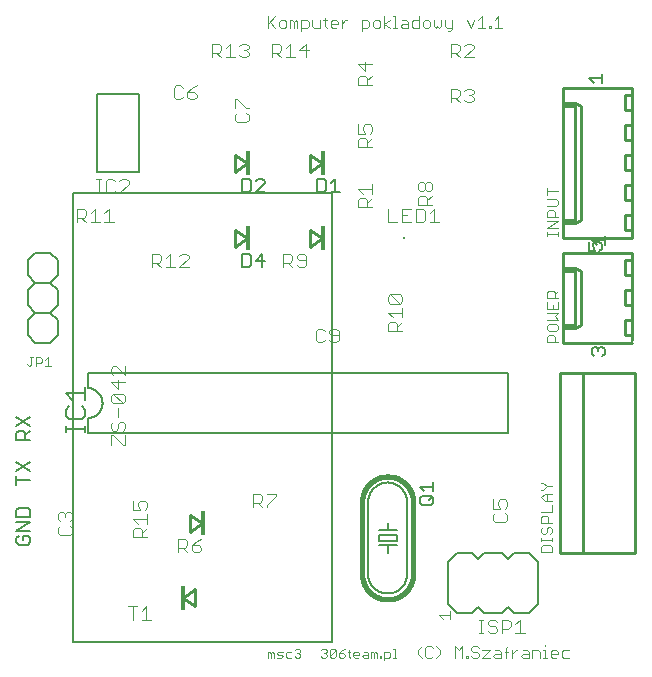
<source format=gto>
G75*
%MOIN*%
%OFA0B0*%
%FSLAX25Y25*%
%IPPOS*%
%LPD*%
%AMOC8*
5,1,8,0,0,1.08239X$1,22.5*
%
%ADD10C,0.00300*%
%ADD11C,0.00400*%
%ADD12C,0.01000*%
%ADD13C,0.00500*%
%ADD14R,0.01181X0.08268*%
%ADD15C,0.00600*%
%ADD16C,0.00700*%
%ADD17C,0.00800*%
%ADD18C,0.01600*%
%ADD19R,0.00787X0.00787*%
D10*
X0106950Y0021950D02*
X0106950Y0023885D01*
X0107434Y0023885D01*
X0107917Y0023401D01*
X0108401Y0023885D01*
X0108885Y0023401D01*
X0108885Y0021950D01*
X0107917Y0021950D02*
X0107917Y0023401D01*
X0109897Y0023401D02*
X0110380Y0023885D01*
X0111831Y0023885D01*
X0111348Y0022917D02*
X0110380Y0022917D01*
X0109897Y0023401D01*
X0109897Y0021950D02*
X0111348Y0021950D01*
X0111831Y0022434D01*
X0111348Y0022917D01*
X0112843Y0022434D02*
X0113327Y0021950D01*
X0114778Y0021950D01*
X0115790Y0022434D02*
X0116273Y0021950D01*
X0117241Y0021950D01*
X0117725Y0022434D01*
X0117725Y0022917D01*
X0117241Y0023401D01*
X0116757Y0023401D01*
X0117241Y0023401D02*
X0117725Y0023885D01*
X0117725Y0024369D01*
X0117241Y0024852D01*
X0116273Y0024852D01*
X0115790Y0024369D01*
X0114778Y0023885D02*
X0113327Y0023885D01*
X0112843Y0023401D01*
X0112843Y0022434D01*
X0124629Y0022434D02*
X0125113Y0021950D01*
X0126080Y0021950D01*
X0126564Y0022434D01*
X0126564Y0022917D01*
X0126080Y0023401D01*
X0125597Y0023401D01*
X0126080Y0023401D02*
X0126564Y0023885D01*
X0126564Y0024369D01*
X0126080Y0024852D01*
X0125113Y0024852D01*
X0124629Y0024369D01*
X0127576Y0024369D02*
X0127576Y0022434D01*
X0129511Y0024369D01*
X0129511Y0022434D01*
X0129027Y0021950D01*
X0128059Y0021950D01*
X0127576Y0022434D01*
X0127576Y0024369D02*
X0128059Y0024852D01*
X0129027Y0024852D01*
X0129511Y0024369D01*
X0130522Y0023401D02*
X0131973Y0023401D01*
X0132457Y0022917D01*
X0132457Y0022434D01*
X0131973Y0021950D01*
X0131006Y0021950D01*
X0130522Y0022434D01*
X0130522Y0023401D01*
X0131490Y0024369D01*
X0132457Y0024852D01*
X0133469Y0023885D02*
X0134436Y0023885D01*
X0133952Y0024369D02*
X0133952Y0022434D01*
X0134436Y0021950D01*
X0135433Y0022434D02*
X0135433Y0023401D01*
X0135917Y0023885D01*
X0136884Y0023885D01*
X0137368Y0023401D01*
X0137368Y0022917D01*
X0135433Y0022917D01*
X0135433Y0022434D02*
X0135917Y0021950D01*
X0136884Y0021950D01*
X0138380Y0022434D02*
X0138863Y0022917D01*
X0140315Y0022917D01*
X0140315Y0023401D02*
X0140315Y0021950D01*
X0138863Y0021950D01*
X0138380Y0022434D01*
X0138863Y0023885D02*
X0139831Y0023885D01*
X0140315Y0023401D01*
X0141326Y0023885D02*
X0141810Y0023885D01*
X0142294Y0023401D01*
X0142777Y0023885D01*
X0143261Y0023401D01*
X0143261Y0021950D01*
X0142294Y0021950D02*
X0142294Y0023401D01*
X0141326Y0023885D02*
X0141326Y0021950D01*
X0144273Y0021950D02*
X0144756Y0021950D01*
X0144756Y0022434D01*
X0144273Y0022434D01*
X0144273Y0021950D01*
X0145746Y0021950D02*
X0147197Y0021950D01*
X0147681Y0022434D01*
X0147681Y0023401D01*
X0147197Y0023885D01*
X0145746Y0023885D01*
X0145746Y0020983D01*
X0148692Y0021950D02*
X0149660Y0021950D01*
X0149176Y0021950D02*
X0149176Y0024852D01*
X0148692Y0024852D01*
X0156950Y0024419D02*
X0158184Y0025653D01*
X0159405Y0025036D02*
X0159405Y0022567D01*
X0160023Y0021950D01*
X0161257Y0021950D01*
X0161874Y0022567D01*
X0163089Y0021950D02*
X0164323Y0023184D01*
X0164323Y0024419D01*
X0163089Y0025653D01*
X0161874Y0025036D02*
X0161257Y0025653D01*
X0160023Y0025653D01*
X0159405Y0025036D01*
X0156950Y0024419D02*
X0156950Y0023184D01*
X0158184Y0021950D01*
X0169227Y0021950D02*
X0169227Y0025653D01*
X0170462Y0024419D01*
X0171696Y0025653D01*
X0171696Y0021950D01*
X0172910Y0021950D02*
X0173527Y0021950D01*
X0173527Y0022567D01*
X0172910Y0022567D01*
X0172910Y0021950D01*
X0174752Y0022567D02*
X0175369Y0021950D01*
X0176603Y0021950D01*
X0177221Y0022567D01*
X0177221Y0023184D01*
X0176603Y0023802D01*
X0175369Y0023802D01*
X0174752Y0024419D01*
X0174752Y0025036D01*
X0175369Y0025653D01*
X0176603Y0025653D01*
X0177221Y0025036D01*
X0178435Y0024419D02*
X0180904Y0024419D01*
X0178435Y0021950D01*
X0180904Y0021950D01*
X0182118Y0022567D02*
X0182735Y0023184D01*
X0184587Y0023184D01*
X0184587Y0023802D02*
X0184587Y0021950D01*
X0182735Y0021950D01*
X0182118Y0022567D01*
X0182735Y0024419D02*
X0183970Y0024419D01*
X0184587Y0023802D01*
X0185801Y0023802D02*
X0187036Y0023802D01*
X0188257Y0024419D02*
X0188257Y0021950D01*
X0188257Y0023184D02*
X0189491Y0024419D01*
X0190108Y0024419D01*
X0191943Y0024419D02*
X0193178Y0024419D01*
X0193795Y0023802D01*
X0193795Y0021950D01*
X0191943Y0021950D01*
X0191326Y0022567D01*
X0191943Y0023184D01*
X0193795Y0023184D01*
X0195009Y0021950D02*
X0195009Y0024419D01*
X0196861Y0024419D01*
X0197478Y0023802D01*
X0197478Y0021950D01*
X0198692Y0021950D02*
X0199927Y0021950D01*
X0199309Y0021950D02*
X0199309Y0024419D01*
X0198692Y0024419D01*
X0199309Y0025653D02*
X0199309Y0026270D01*
X0201765Y0024419D02*
X0201148Y0023802D01*
X0201148Y0022567D01*
X0201765Y0021950D01*
X0202999Y0021950D01*
X0203616Y0023184D02*
X0201148Y0023184D01*
X0201765Y0024419D02*
X0202999Y0024419D01*
X0203616Y0023802D01*
X0203616Y0023184D01*
X0204831Y0022567D02*
X0205448Y0021950D01*
X0207300Y0021950D01*
X0207300Y0024419D02*
X0205448Y0024419D01*
X0204831Y0023802D01*
X0204831Y0022567D01*
X0187036Y0025653D02*
X0186418Y0025036D01*
X0186418Y0021950D01*
X0167650Y0034950D02*
X0167650Y0037419D01*
X0167650Y0036184D02*
X0163947Y0036184D01*
X0165181Y0034950D01*
X0034478Y0119150D02*
X0032543Y0119150D01*
X0033511Y0119150D02*
X0033511Y0122052D01*
X0032543Y0121085D01*
X0031531Y0121569D02*
X0031048Y0122052D01*
X0029597Y0122052D01*
X0029597Y0119150D01*
X0029597Y0120117D02*
X0031048Y0120117D01*
X0031531Y0120601D01*
X0031531Y0121569D01*
X0028585Y0122052D02*
X0027617Y0122052D01*
X0028101Y0122052D02*
X0028101Y0119634D01*
X0027617Y0119150D01*
X0027134Y0119150D01*
X0026650Y0119634D01*
X0117999Y0230716D02*
X0117999Y0234419D01*
X0119851Y0234419D01*
X0120468Y0233802D01*
X0120468Y0232567D01*
X0119851Y0231950D01*
X0117999Y0231950D01*
X0116785Y0231950D02*
X0116785Y0233802D01*
X0116168Y0234419D01*
X0115551Y0233802D01*
X0115551Y0231950D01*
X0114316Y0231950D02*
X0114316Y0234419D01*
X0114933Y0234419D01*
X0115551Y0233802D01*
X0113102Y0233802D02*
X0113102Y0232567D01*
X0112485Y0231950D01*
X0111250Y0231950D01*
X0110633Y0232567D01*
X0110633Y0233802D01*
X0111250Y0234419D01*
X0112485Y0234419D01*
X0113102Y0233802D01*
X0109419Y0235653D02*
X0106950Y0233184D01*
X0107567Y0233802D02*
X0109419Y0231950D01*
X0106950Y0231950D02*
X0106950Y0235653D01*
X0121683Y0234419D02*
X0121683Y0232567D01*
X0122300Y0231950D01*
X0124151Y0231950D01*
X0124151Y0234419D01*
X0125366Y0234419D02*
X0126600Y0234419D01*
X0125983Y0235036D02*
X0125983Y0232567D01*
X0126600Y0231950D01*
X0127821Y0232567D02*
X0127821Y0233802D01*
X0128438Y0234419D01*
X0129673Y0234419D01*
X0130290Y0233802D01*
X0130290Y0233184D01*
X0127821Y0233184D01*
X0127821Y0232567D02*
X0128438Y0231950D01*
X0129673Y0231950D01*
X0131504Y0231950D02*
X0131504Y0234419D01*
X0131504Y0233184D02*
X0132739Y0234419D01*
X0133356Y0234419D01*
X0138257Y0234419D02*
X0138257Y0230716D01*
X0138257Y0231950D02*
X0140108Y0231950D01*
X0140725Y0232567D01*
X0140725Y0233802D01*
X0140108Y0234419D01*
X0138257Y0234419D01*
X0141940Y0233802D02*
X0141940Y0232567D01*
X0142557Y0231950D01*
X0143791Y0231950D01*
X0144409Y0232567D01*
X0144409Y0233802D01*
X0143791Y0234419D01*
X0142557Y0234419D01*
X0141940Y0233802D01*
X0145623Y0233184D02*
X0147475Y0234419D01*
X0148692Y0235653D02*
X0149309Y0235653D01*
X0149309Y0231950D01*
X0148692Y0231950D02*
X0149927Y0231950D01*
X0151148Y0232567D02*
X0151765Y0233184D01*
X0153616Y0233184D01*
X0153616Y0233802D02*
X0153616Y0231950D01*
X0151765Y0231950D01*
X0151148Y0232567D01*
X0151765Y0234419D02*
X0152999Y0234419D01*
X0153616Y0233802D01*
X0154831Y0233802D02*
X0154831Y0232567D01*
X0155448Y0231950D01*
X0157300Y0231950D01*
X0157300Y0235653D01*
X0157300Y0234419D02*
X0155448Y0234419D01*
X0154831Y0233802D01*
X0158514Y0233802D02*
X0158514Y0232567D01*
X0159131Y0231950D01*
X0160366Y0231950D01*
X0160983Y0232567D01*
X0160983Y0233802D01*
X0160366Y0234419D01*
X0159131Y0234419D01*
X0158514Y0233802D01*
X0162197Y0234419D02*
X0162197Y0232567D01*
X0162814Y0231950D01*
X0163432Y0232567D01*
X0164049Y0231950D01*
X0164666Y0232567D01*
X0164666Y0234419D01*
X0165880Y0234419D02*
X0165880Y0232567D01*
X0166497Y0231950D01*
X0168349Y0231950D01*
X0168349Y0231333D02*
X0167732Y0230716D01*
X0167115Y0230716D01*
X0168349Y0231333D02*
X0168349Y0234419D01*
X0173247Y0234419D02*
X0174481Y0231950D01*
X0175715Y0234419D01*
X0176930Y0234419D02*
X0178164Y0235653D01*
X0178164Y0231950D01*
X0176930Y0231950D02*
X0179398Y0231950D01*
X0180613Y0231950D02*
X0181230Y0231950D01*
X0181230Y0232567D01*
X0180613Y0232567D01*
X0180613Y0231950D01*
X0182454Y0231950D02*
X0184923Y0231950D01*
X0183689Y0231950D02*
X0183689Y0235653D01*
X0182454Y0234419D01*
X0147475Y0231950D02*
X0145623Y0233184D01*
X0145623Y0231950D02*
X0145623Y0235653D01*
D11*
X0139298Y0220465D02*
X0139298Y0217396D01*
X0136996Y0219698D01*
X0141600Y0219698D01*
X0141600Y0215861D02*
X0140065Y0214327D01*
X0140065Y0215094D02*
X0140065Y0212792D01*
X0141600Y0212792D02*
X0136996Y0212792D01*
X0136996Y0215094D01*
X0137763Y0215861D01*
X0139298Y0215861D01*
X0140065Y0215094D01*
X0139298Y0199673D02*
X0138531Y0198906D01*
X0138531Y0198139D01*
X0139298Y0196604D01*
X0136996Y0196604D01*
X0136996Y0199673D01*
X0139298Y0199673D02*
X0140833Y0199673D01*
X0141600Y0198906D01*
X0141600Y0197371D01*
X0140833Y0196604D01*
X0141600Y0195069D02*
X0140065Y0193535D01*
X0140065Y0194302D02*
X0140065Y0192000D01*
X0141600Y0192000D02*
X0136996Y0192000D01*
X0136996Y0194302D01*
X0137763Y0195069D01*
X0139298Y0195069D01*
X0140065Y0194302D01*
X0141600Y0179673D02*
X0141600Y0176604D01*
X0141600Y0178139D02*
X0136996Y0178139D01*
X0138531Y0176604D01*
X0139298Y0175069D02*
X0137763Y0175069D01*
X0136996Y0174302D01*
X0136996Y0172000D01*
X0141600Y0172000D01*
X0140065Y0172000D02*
X0140065Y0174302D01*
X0139298Y0175069D01*
X0140065Y0173535D02*
X0141600Y0175069D01*
X0147000Y0171604D02*
X0147000Y0167000D01*
X0150069Y0167000D01*
X0151604Y0167000D02*
X0154673Y0167000D01*
X0156208Y0167000D02*
X0158510Y0167000D01*
X0159277Y0167767D01*
X0159277Y0170837D01*
X0158510Y0171604D01*
X0156208Y0171604D01*
X0156208Y0167000D01*
X0153139Y0169302D02*
X0151604Y0169302D01*
X0151604Y0171604D02*
X0151604Y0167000D01*
X0151604Y0171604D02*
X0154673Y0171604D01*
X0156996Y0172792D02*
X0156996Y0175094D01*
X0157763Y0175861D01*
X0159298Y0175861D01*
X0160065Y0175094D01*
X0160065Y0172792D01*
X0160065Y0174327D02*
X0161600Y0175861D01*
X0160833Y0177396D02*
X0161600Y0178163D01*
X0161600Y0179698D01*
X0160833Y0180465D01*
X0160065Y0180465D01*
X0159298Y0179698D01*
X0159298Y0178163D01*
X0158531Y0177396D01*
X0157763Y0177396D01*
X0156996Y0178163D01*
X0156996Y0179698D01*
X0157763Y0180465D01*
X0158531Y0180465D01*
X0159298Y0179698D01*
X0159298Y0178163D02*
X0160065Y0177396D01*
X0160833Y0177396D01*
X0161600Y0172792D02*
X0156996Y0172792D01*
X0160812Y0170069D02*
X0162346Y0171604D01*
X0162346Y0167000D01*
X0160812Y0167000D02*
X0163881Y0167000D01*
X0150833Y0142965D02*
X0147763Y0142965D01*
X0150833Y0139896D01*
X0151600Y0140663D01*
X0151600Y0142198D01*
X0150833Y0142965D01*
X0150833Y0139896D02*
X0147763Y0139896D01*
X0146996Y0140663D01*
X0146996Y0142198D01*
X0147763Y0142965D01*
X0151600Y0138361D02*
X0151600Y0135292D01*
X0151600Y0133757D02*
X0150065Y0132223D01*
X0150065Y0132990D02*
X0150065Y0130688D01*
X0151600Y0130688D02*
X0146996Y0130688D01*
X0146996Y0132990D01*
X0147763Y0133757D01*
X0149298Y0133757D01*
X0150065Y0132990D01*
X0148531Y0135292D02*
X0146996Y0136827D01*
X0151600Y0136827D01*
X0130465Y0130837D02*
X0130465Y0127767D01*
X0129698Y0127000D01*
X0128163Y0127000D01*
X0127396Y0127767D01*
X0125861Y0127767D02*
X0125094Y0127000D01*
X0123559Y0127000D01*
X0122792Y0127767D01*
X0122792Y0130837D01*
X0123559Y0131604D01*
X0125094Y0131604D01*
X0125861Y0130837D01*
X0127396Y0130837D02*
X0127396Y0130069D01*
X0128163Y0129302D01*
X0130465Y0129302D01*
X0130465Y0130837D02*
X0129698Y0131604D01*
X0128163Y0131604D01*
X0127396Y0130837D01*
X0118906Y0152000D02*
X0119673Y0152767D01*
X0119673Y0155837D01*
X0118906Y0156604D01*
X0117371Y0156604D01*
X0116604Y0155837D01*
X0116604Y0155069D01*
X0117371Y0154302D01*
X0119673Y0154302D01*
X0118906Y0152000D02*
X0117371Y0152000D01*
X0116604Y0152767D01*
X0115069Y0152000D02*
X0113535Y0153535D01*
X0114302Y0153535D02*
X0112000Y0153535D01*
X0112000Y0152000D02*
X0112000Y0156604D01*
X0114302Y0156604D01*
X0115069Y0155837D01*
X0115069Y0154302D01*
X0114302Y0153535D01*
X0080465Y0155069D02*
X0080465Y0155837D01*
X0079698Y0156604D01*
X0078163Y0156604D01*
X0077396Y0155837D01*
X0080465Y0155069D02*
X0077396Y0152000D01*
X0080465Y0152000D01*
X0075861Y0152000D02*
X0072792Y0152000D01*
X0071257Y0152000D02*
X0069723Y0153535D01*
X0070490Y0153535D02*
X0068188Y0153535D01*
X0068188Y0152000D02*
X0068188Y0156604D01*
X0070490Y0156604D01*
X0071257Y0155837D01*
X0071257Y0154302D01*
X0070490Y0153535D01*
X0072792Y0155069D02*
X0074327Y0156604D01*
X0074327Y0152000D01*
X0055465Y0167000D02*
X0052396Y0167000D01*
X0050861Y0167000D02*
X0047792Y0167000D01*
X0046257Y0167000D02*
X0044723Y0168535D01*
X0045490Y0168535D02*
X0043188Y0168535D01*
X0043188Y0167000D02*
X0043188Y0171604D01*
X0045490Y0171604D01*
X0046257Y0170837D01*
X0046257Y0169302D01*
X0045490Y0168535D01*
X0047792Y0170069D02*
X0049327Y0171604D01*
X0049327Y0167000D01*
X0052396Y0170069D02*
X0053931Y0171604D01*
X0053931Y0167000D01*
X0053559Y0176800D02*
X0055094Y0176800D01*
X0055861Y0177567D01*
X0057396Y0176800D02*
X0060465Y0179869D01*
X0060465Y0180637D01*
X0059698Y0181404D01*
X0058163Y0181404D01*
X0057396Y0180637D01*
X0055861Y0180637D02*
X0055094Y0181404D01*
X0053559Y0181404D01*
X0052792Y0180637D01*
X0052792Y0177567D01*
X0053559Y0176800D01*
X0051257Y0176800D02*
X0049723Y0176800D01*
X0050490Y0176800D02*
X0050490Y0181404D01*
X0049723Y0181404D02*
X0051257Y0181404D01*
X0057396Y0176800D02*
X0060465Y0176800D01*
X0076237Y0208063D02*
X0077771Y0208063D01*
X0078539Y0208830D01*
X0080073Y0208830D02*
X0080841Y0208063D01*
X0082375Y0208063D01*
X0083143Y0208830D01*
X0083143Y0209598D01*
X0082375Y0210365D01*
X0080073Y0210365D01*
X0080073Y0208830D01*
X0080073Y0210365D02*
X0081608Y0211900D01*
X0083143Y0212667D01*
X0078539Y0211900D02*
X0077771Y0212667D01*
X0076237Y0212667D01*
X0075469Y0211900D01*
X0075469Y0208830D01*
X0076237Y0208063D01*
X0088188Y0222000D02*
X0088188Y0226604D01*
X0090490Y0226604D01*
X0091257Y0225837D01*
X0091257Y0224302D01*
X0090490Y0223535D01*
X0088188Y0223535D01*
X0089723Y0223535D02*
X0091257Y0222000D01*
X0092792Y0222000D02*
X0095861Y0222000D01*
X0094327Y0222000D02*
X0094327Y0226604D01*
X0092792Y0225069D01*
X0097396Y0225837D02*
X0098163Y0226604D01*
X0099698Y0226604D01*
X0100465Y0225837D01*
X0100465Y0225069D01*
X0099698Y0224302D01*
X0100465Y0223535D01*
X0100465Y0222767D01*
X0099698Y0222000D01*
X0098163Y0222000D01*
X0097396Y0222767D01*
X0098931Y0224302D02*
X0099698Y0224302D01*
X0108188Y0223535D02*
X0110490Y0223535D01*
X0111257Y0224302D01*
X0111257Y0225837D01*
X0110490Y0226604D01*
X0108188Y0226604D01*
X0108188Y0222000D01*
X0109723Y0223535D02*
X0111257Y0222000D01*
X0112792Y0222000D02*
X0115861Y0222000D01*
X0114327Y0222000D02*
X0114327Y0226604D01*
X0112792Y0225069D01*
X0117396Y0224302D02*
X0120465Y0224302D01*
X0119698Y0222000D02*
X0119698Y0226604D01*
X0117396Y0224302D01*
X0100537Y0205073D02*
X0099770Y0205073D01*
X0096700Y0208143D01*
X0095933Y0208143D01*
X0095933Y0205073D01*
X0096700Y0203539D02*
X0095933Y0202771D01*
X0095933Y0201237D01*
X0096700Y0200469D01*
X0099770Y0200469D01*
X0100537Y0201237D01*
X0100537Y0202771D01*
X0099770Y0203539D01*
X0167792Y0207000D02*
X0167792Y0211604D01*
X0170094Y0211604D01*
X0170861Y0210837D01*
X0170861Y0209302D01*
X0170094Y0208535D01*
X0167792Y0208535D01*
X0169327Y0208535D02*
X0170861Y0207000D01*
X0172396Y0207767D02*
X0173163Y0207000D01*
X0174698Y0207000D01*
X0175465Y0207767D01*
X0175465Y0208535D01*
X0174698Y0209302D01*
X0173931Y0209302D01*
X0174698Y0209302D02*
X0175465Y0210069D01*
X0175465Y0210837D01*
X0174698Y0211604D01*
X0173163Y0211604D01*
X0172396Y0210837D01*
X0172396Y0222000D02*
X0175465Y0225069D01*
X0175465Y0225837D01*
X0174698Y0226604D01*
X0173163Y0226604D01*
X0172396Y0225837D01*
X0170861Y0225837D02*
X0170861Y0224302D01*
X0170094Y0223535D01*
X0167792Y0223535D01*
X0169327Y0223535D02*
X0170861Y0222000D01*
X0172396Y0222000D02*
X0175465Y0222000D01*
X0170861Y0225837D02*
X0170094Y0226604D01*
X0167792Y0226604D01*
X0167792Y0222000D01*
X0200103Y0178513D02*
X0200103Y0176111D01*
X0200103Y0177312D02*
X0203706Y0177312D01*
X0203105Y0174830D02*
X0200103Y0174830D01*
X0200103Y0172428D02*
X0203105Y0172428D01*
X0203706Y0173028D01*
X0203706Y0174229D01*
X0203105Y0174830D01*
X0201904Y0171147D02*
X0200703Y0171147D01*
X0200103Y0170546D01*
X0200103Y0168744D01*
X0203706Y0168744D01*
X0202505Y0168744D02*
X0202505Y0170546D01*
X0201904Y0171147D01*
X0200103Y0167463D02*
X0203706Y0167463D01*
X0200103Y0165061D01*
X0203706Y0165061D01*
X0203706Y0163807D02*
X0203706Y0162606D01*
X0203706Y0163206D02*
X0200103Y0163206D01*
X0200103Y0162606D02*
X0200103Y0163807D01*
X0200703Y0144241D02*
X0201904Y0144241D01*
X0202505Y0143640D01*
X0202505Y0141838D01*
X0203706Y0141838D02*
X0200103Y0141838D01*
X0200103Y0143640D01*
X0200703Y0144241D01*
X0202505Y0143040D02*
X0203706Y0144241D01*
X0203706Y0140557D02*
X0203706Y0138155D01*
X0200103Y0138155D01*
X0200103Y0140557D01*
X0201904Y0139356D02*
X0201904Y0138155D01*
X0203706Y0136874D02*
X0200103Y0136874D01*
X0200103Y0134472D02*
X0203706Y0134472D01*
X0202505Y0135673D01*
X0203706Y0136874D01*
X0203105Y0133191D02*
X0200703Y0133191D01*
X0200103Y0132591D01*
X0200103Y0131390D01*
X0200703Y0130789D01*
X0203105Y0130789D01*
X0203706Y0131390D01*
X0203706Y0132591D01*
X0203105Y0133191D01*
X0201904Y0129508D02*
X0200703Y0129508D01*
X0200103Y0128907D01*
X0200103Y0127106D01*
X0203706Y0127106D01*
X0202505Y0127106D02*
X0202505Y0128907D01*
X0201904Y0129508D01*
X0198597Y0080273D02*
X0197997Y0080273D01*
X0198597Y0080273D02*
X0199798Y0079072D01*
X0201600Y0079072D01*
X0199798Y0079072D02*
X0198597Y0077871D01*
X0197997Y0077871D01*
X0199198Y0076590D02*
X0197997Y0075389D01*
X0199198Y0074188D01*
X0201600Y0074188D01*
X0201600Y0072907D02*
X0201600Y0070505D01*
X0197997Y0070505D01*
X0198597Y0069224D02*
X0199798Y0069224D01*
X0200399Y0068623D01*
X0200399Y0066822D01*
X0201600Y0066822D02*
X0197997Y0066822D01*
X0197997Y0068623D01*
X0198597Y0069224D01*
X0198597Y0065541D02*
X0197997Y0064940D01*
X0197997Y0063739D01*
X0198597Y0063139D01*
X0199198Y0063139D01*
X0199798Y0063739D01*
X0199798Y0064940D01*
X0200399Y0065541D01*
X0200999Y0065541D01*
X0201600Y0064940D01*
X0201600Y0063739D01*
X0200999Y0063139D01*
X0201600Y0061884D02*
X0201600Y0060683D01*
X0201600Y0061284D02*
X0197997Y0061284D01*
X0197997Y0061884D02*
X0197997Y0060683D01*
X0198597Y0059402D02*
X0197997Y0058802D01*
X0197997Y0057000D01*
X0201600Y0057000D01*
X0201600Y0058802D01*
X0200999Y0059402D01*
X0198597Y0059402D01*
X0186600Y0067767D02*
X0186600Y0069302D01*
X0185833Y0070069D01*
X0185833Y0071604D02*
X0186600Y0072371D01*
X0186600Y0073906D01*
X0185833Y0074673D01*
X0184298Y0074673D01*
X0183531Y0073906D01*
X0183531Y0073139D01*
X0184298Y0071604D01*
X0181996Y0071604D01*
X0181996Y0074673D01*
X0182763Y0070069D02*
X0181996Y0069302D01*
X0181996Y0067767D01*
X0182763Y0067000D01*
X0185833Y0067000D01*
X0186600Y0067767D01*
X0199798Y0074188D02*
X0199798Y0076590D01*
X0199198Y0076590D02*
X0201600Y0076590D01*
X0190931Y0034604D02*
X0190931Y0030000D01*
X0192465Y0030000D02*
X0189396Y0030000D01*
X0187094Y0031535D02*
X0184792Y0031535D01*
X0183257Y0031535D02*
X0183257Y0030767D01*
X0182490Y0030000D01*
X0180955Y0030000D01*
X0180188Y0030767D01*
X0178654Y0030000D02*
X0177119Y0030000D01*
X0177886Y0030000D02*
X0177886Y0034604D01*
X0177119Y0034604D02*
X0178654Y0034604D01*
X0180188Y0033837D02*
X0180188Y0033069D01*
X0180955Y0032302D01*
X0182490Y0032302D01*
X0183257Y0031535D01*
X0184792Y0030000D02*
X0184792Y0034604D01*
X0187094Y0034604D01*
X0187861Y0033837D01*
X0187861Y0032302D01*
X0187094Y0031535D01*
X0189396Y0033069D02*
X0190931Y0034604D01*
X0183257Y0033837D02*
X0182490Y0034604D01*
X0180955Y0034604D01*
X0180188Y0033837D01*
X0109673Y0075837D02*
X0106604Y0072767D01*
X0106604Y0072000D01*
X0105069Y0072000D02*
X0103535Y0073535D01*
X0104302Y0073535D02*
X0102000Y0073535D01*
X0102000Y0072000D02*
X0102000Y0076604D01*
X0104302Y0076604D01*
X0105069Y0075837D01*
X0105069Y0074302D01*
X0104302Y0073535D01*
X0106604Y0076604D02*
X0109673Y0076604D01*
X0109673Y0075837D01*
X0084673Y0061604D02*
X0083139Y0060837D01*
X0081604Y0059302D01*
X0083906Y0059302D01*
X0084673Y0058535D01*
X0084673Y0057767D01*
X0083906Y0057000D01*
X0082371Y0057000D01*
X0081604Y0057767D01*
X0081604Y0059302D01*
X0080069Y0059302D02*
X0079302Y0058535D01*
X0077000Y0058535D01*
X0078535Y0058535D02*
X0080069Y0057000D01*
X0080069Y0059302D02*
X0080069Y0060837D01*
X0079302Y0061604D01*
X0077000Y0061604D01*
X0077000Y0057000D01*
X0066600Y0062000D02*
X0061996Y0062000D01*
X0061996Y0064302D01*
X0062763Y0065069D01*
X0064298Y0065069D01*
X0065065Y0064302D01*
X0065065Y0062000D01*
X0065065Y0063535D02*
X0066600Y0065069D01*
X0066600Y0066604D02*
X0066600Y0069673D01*
X0066600Y0068139D02*
X0061996Y0068139D01*
X0063531Y0066604D01*
X0064298Y0071208D02*
X0061996Y0071208D01*
X0061996Y0074277D01*
X0063531Y0073510D02*
X0064298Y0074277D01*
X0065833Y0074277D01*
X0066600Y0073510D01*
X0066600Y0071975D01*
X0065833Y0071208D01*
X0064298Y0071208D02*
X0063531Y0072742D01*
X0063531Y0073510D01*
X0059222Y0092937D02*
X0059222Y0096006D01*
X0058455Y0097541D02*
X0059222Y0098308D01*
X0059222Y0099843D01*
X0058455Y0100610D01*
X0057687Y0100610D01*
X0056920Y0099843D01*
X0056920Y0098308D01*
X0056153Y0097541D01*
X0055385Y0097541D01*
X0054618Y0098308D01*
X0054618Y0099843D01*
X0055385Y0100610D01*
X0056920Y0102145D02*
X0056920Y0105214D01*
X0055385Y0106749D02*
X0054618Y0107516D01*
X0054618Y0109051D01*
X0055385Y0109818D01*
X0058455Y0106749D01*
X0059222Y0107516D01*
X0059222Y0109051D01*
X0058455Y0109818D01*
X0055385Y0109818D01*
X0056920Y0111353D02*
X0056920Y0114422D01*
X0055385Y0115957D02*
X0054618Y0116724D01*
X0054618Y0118259D01*
X0055385Y0119026D01*
X0056153Y0119026D01*
X0059222Y0115957D01*
X0059222Y0119026D01*
X0059222Y0113655D02*
X0054618Y0113655D01*
X0056920Y0111353D01*
X0058455Y0106749D02*
X0055385Y0106749D01*
X0055385Y0096006D02*
X0054618Y0096006D01*
X0054618Y0092937D01*
X0055385Y0096006D02*
X0058455Y0092937D01*
X0059222Y0092937D01*
X0040833Y0070465D02*
X0041600Y0069698D01*
X0041600Y0068163D01*
X0040833Y0067396D01*
X0040833Y0065861D02*
X0041600Y0065094D01*
X0041600Y0063559D01*
X0040833Y0062792D01*
X0037763Y0062792D01*
X0036996Y0063559D01*
X0036996Y0065094D01*
X0037763Y0065861D01*
X0037763Y0067396D02*
X0036996Y0068163D01*
X0036996Y0069698D01*
X0037763Y0070465D01*
X0038531Y0070465D01*
X0039298Y0069698D01*
X0040065Y0070465D01*
X0040833Y0070465D01*
X0039298Y0069698D02*
X0039298Y0068931D01*
X0060292Y0039104D02*
X0063361Y0039104D01*
X0061827Y0039104D02*
X0061827Y0034500D01*
X0064896Y0034500D02*
X0067965Y0034500D01*
X0066431Y0034500D02*
X0066431Y0039104D01*
X0064896Y0037569D01*
D12*
X0078650Y0041800D02*
X0082784Y0039044D01*
X0082784Y0044753D01*
X0078650Y0041800D01*
X0080816Y0063847D02*
X0080816Y0069556D01*
X0084950Y0066800D01*
X0080816Y0063847D01*
X0095816Y0158847D02*
X0095816Y0164556D01*
X0099950Y0161800D01*
X0095816Y0158847D01*
X0120816Y0158847D02*
X0120816Y0164556D01*
X0124950Y0161800D01*
X0120816Y0158847D01*
X0120816Y0183847D02*
X0120816Y0189556D01*
X0124950Y0186800D01*
X0120816Y0183847D01*
X0099950Y0186800D02*
X0095816Y0189556D01*
X0095816Y0183847D01*
X0099950Y0186800D01*
X0205300Y0191800D02*
X0205300Y0167800D01*
X0209300Y0167800D01*
X0209300Y0205800D01*
X0205300Y0205800D01*
X0205300Y0206800D02*
X0209300Y0206800D01*
X0211300Y0205800D01*
X0211300Y0167800D01*
X0209300Y0166800D01*
X0209300Y0167800D01*
X0209300Y0166800D02*
X0205300Y0166800D01*
X0205300Y0167800D01*
X0205300Y0166800D02*
X0205300Y0161800D01*
X0216800Y0161800D01*
X0228300Y0161800D01*
X0228300Y0191800D01*
X0228300Y0189300D02*
X0225800Y0189300D01*
X0225800Y0184300D01*
X0228300Y0184300D01*
X0228300Y0189300D01*
X0228300Y0194300D01*
X0225800Y0194300D01*
X0225800Y0199300D01*
X0228300Y0199300D01*
X0228300Y0204300D01*
X0225800Y0204300D01*
X0225800Y0209300D01*
X0228300Y0209300D01*
X0228300Y0211800D01*
X0216800Y0211800D01*
X0205300Y0211800D01*
X0205300Y0191800D01*
X0209300Y0205800D02*
X0209300Y0206800D01*
X0228300Y0209300D02*
X0228300Y0204300D01*
X0228300Y0199300D02*
X0228300Y0194300D01*
X0228300Y0184300D02*
X0228300Y0179300D01*
X0225800Y0179300D01*
X0225800Y0174300D01*
X0228300Y0174300D01*
X0228300Y0169300D01*
X0225800Y0169300D01*
X0225800Y0164300D01*
X0228300Y0164300D01*
X0228300Y0162800D01*
X0228300Y0156800D02*
X0228300Y0154300D01*
X0225800Y0154300D01*
X0225800Y0149300D01*
X0228300Y0149300D01*
X0228300Y0144300D01*
X0225800Y0144300D01*
X0225800Y0139300D01*
X0228300Y0139300D01*
X0228300Y0134300D01*
X0228300Y0129300D01*
X0225800Y0129300D01*
X0225800Y0134300D01*
X0228300Y0134300D01*
X0228300Y0129300D02*
X0228300Y0127800D01*
X0228300Y0126800D02*
X0216800Y0126800D01*
X0205300Y0126800D01*
X0205300Y0131800D01*
X0209300Y0131800D01*
X0211300Y0132800D01*
X0211300Y0150800D01*
X0209300Y0151800D01*
X0205300Y0151800D01*
X0205300Y0150800D02*
X0209300Y0150800D01*
X0209300Y0151800D01*
X0209300Y0150800D02*
X0209300Y0132800D01*
X0205300Y0132800D01*
X0205300Y0131800D02*
X0205300Y0136800D01*
X0205300Y0156800D01*
X0216800Y0156800D01*
X0228300Y0156800D01*
X0228300Y0154300D02*
X0228300Y0149300D01*
X0228300Y0144300D02*
X0228300Y0139300D01*
X0209300Y0132800D02*
X0209300Y0131800D01*
X0211800Y0116800D02*
X0204300Y0116800D01*
X0204300Y0056800D01*
X0211800Y0056800D01*
X0211800Y0116800D01*
X0229300Y0116800D01*
X0229300Y0056800D01*
X0211800Y0056800D01*
D13*
X0128414Y0027194D02*
X0041800Y0027194D01*
X0041800Y0176800D01*
X0128414Y0176800D01*
X0128414Y0027194D01*
X0166800Y0039800D02*
X0166800Y0053800D01*
X0169800Y0056800D01*
X0174800Y0056800D01*
X0176800Y0054800D01*
X0178800Y0056800D01*
X0184800Y0056800D01*
X0186800Y0054800D01*
X0188800Y0056800D01*
X0193800Y0056800D01*
X0196800Y0053800D01*
X0196800Y0039800D01*
X0193800Y0036800D01*
X0188800Y0036800D01*
X0186800Y0038800D01*
X0184800Y0036800D01*
X0178800Y0036800D01*
X0176800Y0038800D01*
X0174800Y0036800D01*
X0169800Y0036800D01*
X0166800Y0039800D01*
X0161299Y0072842D02*
X0158297Y0072842D01*
X0157546Y0073593D01*
X0157546Y0075094D01*
X0158297Y0075845D01*
X0161299Y0075845D01*
X0162050Y0075094D01*
X0162050Y0073593D01*
X0161299Y0072842D01*
X0160549Y0074343D02*
X0162050Y0075845D01*
X0162050Y0077446D02*
X0162050Y0080449D01*
X0162050Y0078947D02*
X0157546Y0078947D01*
X0159047Y0077446D01*
X0205300Y0131800D02*
X0205300Y0132800D01*
X0205300Y0131800D02*
X0206800Y0131800D01*
X0228300Y0126800D02*
X0228300Y0136800D01*
X0228300Y0139300D01*
X0206800Y0166800D02*
X0205300Y0166800D01*
X0130842Y0176987D02*
X0127840Y0176987D01*
X0129341Y0176987D02*
X0129341Y0181491D01*
X0127840Y0179990D01*
X0126238Y0180740D02*
X0125488Y0181491D01*
X0123236Y0181491D01*
X0123236Y0176987D01*
X0125488Y0176987D01*
X0126238Y0177738D01*
X0126238Y0180740D01*
X0105842Y0180740D02*
X0105842Y0179990D01*
X0102840Y0176987D01*
X0105842Y0176987D01*
X0105842Y0180740D02*
X0105092Y0181491D01*
X0103590Y0181491D01*
X0102840Y0180740D01*
X0101238Y0180740D02*
X0101238Y0177738D01*
X0100488Y0176987D01*
X0098236Y0176987D01*
X0098236Y0181491D01*
X0100488Y0181491D01*
X0101238Y0180740D01*
X0100488Y0156491D02*
X0098236Y0156491D01*
X0098236Y0151987D01*
X0100488Y0151987D01*
X0101238Y0152738D01*
X0101238Y0155740D01*
X0100488Y0156491D01*
X0102840Y0154239D02*
X0105842Y0154239D01*
X0105092Y0151987D02*
X0105092Y0156491D01*
X0102840Y0154239D01*
X0027550Y0102156D02*
X0023046Y0099154D01*
X0023797Y0097553D02*
X0025298Y0097553D01*
X0026049Y0096802D01*
X0026049Y0094550D01*
X0027550Y0094550D02*
X0023046Y0094550D01*
X0023046Y0096802D01*
X0023797Y0097553D01*
X0026049Y0096051D02*
X0027550Y0097553D01*
X0027550Y0099154D02*
X0023046Y0102156D01*
X0023046Y0087156D02*
X0027550Y0084154D01*
X0027550Y0087156D02*
X0023046Y0084154D01*
X0023046Y0082553D02*
X0023046Y0079550D01*
X0023046Y0081051D02*
X0027550Y0081051D01*
X0026799Y0071760D02*
X0023797Y0071760D01*
X0023046Y0071010D01*
X0023046Y0068758D01*
X0027550Y0068758D01*
X0027550Y0071010D01*
X0026799Y0071760D01*
X0027550Y0067156D02*
X0023046Y0067156D01*
X0023046Y0064154D02*
X0027550Y0067156D01*
X0027550Y0064154D02*
X0023046Y0064154D01*
X0023797Y0062553D02*
X0023046Y0061802D01*
X0023046Y0060301D01*
X0023797Y0059550D01*
X0026799Y0059550D01*
X0027550Y0060301D01*
X0027550Y0061802D01*
X0026799Y0062553D01*
X0025298Y0062553D01*
X0025298Y0061051D01*
D14*
X0078454Y0041800D03*
X0085146Y0066800D03*
X0100146Y0161800D03*
X0100146Y0186800D03*
X0125146Y0186800D03*
X0125146Y0161800D03*
D15*
X0186800Y0116800D02*
X0186800Y0096800D01*
X0047300Y0096800D01*
X0046800Y0096800D02*
X0046800Y0101800D01*
X0046940Y0101802D01*
X0047080Y0101808D01*
X0047220Y0101818D01*
X0047360Y0101831D01*
X0047499Y0101849D01*
X0047638Y0101871D01*
X0047775Y0101896D01*
X0047913Y0101925D01*
X0048049Y0101958D01*
X0048184Y0101995D01*
X0048318Y0102036D01*
X0048451Y0102081D01*
X0048583Y0102129D01*
X0048713Y0102181D01*
X0048842Y0102236D01*
X0048969Y0102295D01*
X0049095Y0102358D01*
X0049219Y0102424D01*
X0049340Y0102493D01*
X0049460Y0102566D01*
X0049578Y0102643D01*
X0049693Y0102722D01*
X0049807Y0102805D01*
X0049917Y0102891D01*
X0050026Y0102980D01*
X0050132Y0103072D01*
X0050235Y0103167D01*
X0050336Y0103264D01*
X0050433Y0103365D01*
X0050528Y0103468D01*
X0050620Y0103574D01*
X0050709Y0103683D01*
X0050795Y0103793D01*
X0050878Y0103907D01*
X0050957Y0104022D01*
X0051034Y0104140D01*
X0051107Y0104260D01*
X0051176Y0104381D01*
X0051242Y0104505D01*
X0051305Y0104631D01*
X0051364Y0104758D01*
X0051419Y0104887D01*
X0051471Y0105017D01*
X0051519Y0105149D01*
X0051564Y0105282D01*
X0051605Y0105416D01*
X0051642Y0105551D01*
X0051675Y0105687D01*
X0051704Y0105825D01*
X0051729Y0105962D01*
X0051751Y0106101D01*
X0051769Y0106240D01*
X0051782Y0106380D01*
X0051792Y0106520D01*
X0051798Y0106660D01*
X0051800Y0106800D01*
X0051798Y0106940D01*
X0051792Y0107080D01*
X0051782Y0107220D01*
X0051769Y0107360D01*
X0051751Y0107499D01*
X0051729Y0107638D01*
X0051704Y0107775D01*
X0051675Y0107913D01*
X0051642Y0108049D01*
X0051605Y0108184D01*
X0051564Y0108318D01*
X0051519Y0108451D01*
X0051471Y0108583D01*
X0051419Y0108713D01*
X0051364Y0108842D01*
X0051305Y0108969D01*
X0051242Y0109095D01*
X0051176Y0109219D01*
X0051107Y0109340D01*
X0051034Y0109460D01*
X0050957Y0109578D01*
X0050878Y0109693D01*
X0050795Y0109807D01*
X0050709Y0109917D01*
X0050620Y0110026D01*
X0050528Y0110132D01*
X0050433Y0110235D01*
X0050336Y0110336D01*
X0050235Y0110433D01*
X0050132Y0110528D01*
X0050026Y0110620D01*
X0049917Y0110709D01*
X0049807Y0110795D01*
X0049693Y0110878D01*
X0049578Y0110957D01*
X0049460Y0111034D01*
X0049340Y0111107D01*
X0049219Y0111176D01*
X0049095Y0111242D01*
X0048969Y0111305D01*
X0048842Y0111364D01*
X0048713Y0111419D01*
X0048583Y0111471D01*
X0048451Y0111519D01*
X0048318Y0111564D01*
X0048184Y0111605D01*
X0048049Y0111642D01*
X0047913Y0111675D01*
X0047775Y0111704D01*
X0047638Y0111729D01*
X0047499Y0111751D01*
X0047360Y0111769D01*
X0047220Y0111782D01*
X0047080Y0111792D01*
X0046940Y0111798D01*
X0046800Y0111800D01*
X0046800Y0116800D01*
X0186800Y0116800D01*
X0153300Y0073800D02*
X0153300Y0049800D01*
X0153298Y0049640D01*
X0153292Y0049481D01*
X0153282Y0049322D01*
X0153269Y0049163D01*
X0153251Y0049004D01*
X0153230Y0048846D01*
X0153204Y0048689D01*
X0153175Y0048532D01*
X0153142Y0048376D01*
X0153105Y0048221D01*
X0153065Y0048066D01*
X0153020Y0047913D01*
X0152972Y0047761D01*
X0152920Y0047610D01*
X0152864Y0047461D01*
X0152805Y0047313D01*
X0152742Y0047166D01*
X0152676Y0047021D01*
X0152606Y0046878D01*
X0152532Y0046736D01*
X0152456Y0046596D01*
X0152375Y0046458D01*
X0152292Y0046323D01*
X0152205Y0046189D01*
X0152114Y0046057D01*
X0152021Y0045928D01*
X0151924Y0045801D01*
X0151825Y0045676D01*
X0151722Y0045554D01*
X0151616Y0045435D01*
X0151508Y0045318D01*
X0151396Y0045204D01*
X0151282Y0045092D01*
X0151165Y0044984D01*
X0151046Y0044878D01*
X0150924Y0044775D01*
X0150799Y0044676D01*
X0150672Y0044579D01*
X0150543Y0044486D01*
X0150411Y0044395D01*
X0150277Y0044308D01*
X0150142Y0044225D01*
X0150004Y0044144D01*
X0149864Y0044068D01*
X0149722Y0043994D01*
X0149579Y0043924D01*
X0149434Y0043858D01*
X0149287Y0043795D01*
X0149139Y0043736D01*
X0148990Y0043680D01*
X0148839Y0043628D01*
X0148687Y0043580D01*
X0148534Y0043535D01*
X0148379Y0043495D01*
X0148224Y0043458D01*
X0148068Y0043425D01*
X0147911Y0043396D01*
X0147754Y0043370D01*
X0147596Y0043349D01*
X0147437Y0043331D01*
X0147278Y0043318D01*
X0147119Y0043308D01*
X0146960Y0043302D01*
X0146800Y0043300D01*
X0146640Y0043302D01*
X0146481Y0043308D01*
X0146322Y0043318D01*
X0146163Y0043331D01*
X0146004Y0043349D01*
X0145846Y0043370D01*
X0145689Y0043396D01*
X0145532Y0043425D01*
X0145376Y0043458D01*
X0145221Y0043495D01*
X0145066Y0043535D01*
X0144913Y0043580D01*
X0144761Y0043628D01*
X0144610Y0043680D01*
X0144461Y0043736D01*
X0144313Y0043795D01*
X0144166Y0043858D01*
X0144021Y0043924D01*
X0143878Y0043994D01*
X0143736Y0044068D01*
X0143596Y0044144D01*
X0143458Y0044225D01*
X0143323Y0044308D01*
X0143189Y0044395D01*
X0143057Y0044486D01*
X0142928Y0044579D01*
X0142801Y0044676D01*
X0142676Y0044775D01*
X0142554Y0044878D01*
X0142435Y0044984D01*
X0142318Y0045092D01*
X0142204Y0045204D01*
X0142092Y0045318D01*
X0141984Y0045435D01*
X0141878Y0045554D01*
X0141775Y0045676D01*
X0141676Y0045801D01*
X0141579Y0045928D01*
X0141486Y0046057D01*
X0141395Y0046189D01*
X0141308Y0046323D01*
X0141225Y0046458D01*
X0141144Y0046596D01*
X0141068Y0046736D01*
X0140994Y0046878D01*
X0140924Y0047021D01*
X0140858Y0047166D01*
X0140795Y0047313D01*
X0140736Y0047461D01*
X0140680Y0047610D01*
X0140628Y0047761D01*
X0140580Y0047913D01*
X0140535Y0048066D01*
X0140495Y0048221D01*
X0140458Y0048376D01*
X0140425Y0048532D01*
X0140396Y0048689D01*
X0140370Y0048846D01*
X0140349Y0049004D01*
X0140331Y0049163D01*
X0140318Y0049322D01*
X0140308Y0049481D01*
X0140302Y0049640D01*
X0140300Y0049800D01*
X0140300Y0073800D01*
X0140302Y0073960D01*
X0140308Y0074119D01*
X0140318Y0074278D01*
X0140331Y0074437D01*
X0140349Y0074596D01*
X0140370Y0074754D01*
X0140396Y0074911D01*
X0140425Y0075068D01*
X0140458Y0075224D01*
X0140495Y0075379D01*
X0140535Y0075534D01*
X0140580Y0075687D01*
X0140628Y0075839D01*
X0140680Y0075990D01*
X0140736Y0076139D01*
X0140795Y0076287D01*
X0140858Y0076434D01*
X0140924Y0076579D01*
X0140994Y0076722D01*
X0141068Y0076864D01*
X0141144Y0077004D01*
X0141225Y0077142D01*
X0141308Y0077277D01*
X0141395Y0077411D01*
X0141486Y0077543D01*
X0141579Y0077672D01*
X0141676Y0077799D01*
X0141775Y0077924D01*
X0141878Y0078046D01*
X0141984Y0078165D01*
X0142092Y0078282D01*
X0142204Y0078396D01*
X0142318Y0078508D01*
X0142435Y0078616D01*
X0142554Y0078722D01*
X0142676Y0078825D01*
X0142801Y0078924D01*
X0142928Y0079021D01*
X0143057Y0079114D01*
X0143189Y0079205D01*
X0143323Y0079292D01*
X0143458Y0079375D01*
X0143596Y0079456D01*
X0143736Y0079532D01*
X0143878Y0079606D01*
X0144021Y0079676D01*
X0144166Y0079742D01*
X0144313Y0079805D01*
X0144461Y0079864D01*
X0144610Y0079920D01*
X0144761Y0079972D01*
X0144913Y0080020D01*
X0145066Y0080065D01*
X0145221Y0080105D01*
X0145376Y0080142D01*
X0145532Y0080175D01*
X0145689Y0080204D01*
X0145846Y0080230D01*
X0146004Y0080251D01*
X0146163Y0080269D01*
X0146322Y0080282D01*
X0146481Y0080292D01*
X0146640Y0080298D01*
X0146800Y0080300D01*
X0146960Y0080298D01*
X0147119Y0080292D01*
X0147278Y0080282D01*
X0147437Y0080269D01*
X0147596Y0080251D01*
X0147754Y0080230D01*
X0147911Y0080204D01*
X0148068Y0080175D01*
X0148224Y0080142D01*
X0148379Y0080105D01*
X0148534Y0080065D01*
X0148687Y0080020D01*
X0148839Y0079972D01*
X0148990Y0079920D01*
X0149139Y0079864D01*
X0149287Y0079805D01*
X0149434Y0079742D01*
X0149579Y0079676D01*
X0149722Y0079606D01*
X0149864Y0079532D01*
X0150004Y0079456D01*
X0150142Y0079375D01*
X0150277Y0079292D01*
X0150411Y0079205D01*
X0150543Y0079114D01*
X0150672Y0079021D01*
X0150799Y0078924D01*
X0150924Y0078825D01*
X0151046Y0078722D01*
X0151165Y0078616D01*
X0151282Y0078508D01*
X0151396Y0078396D01*
X0151508Y0078282D01*
X0151616Y0078165D01*
X0151722Y0078046D01*
X0151825Y0077924D01*
X0151924Y0077799D01*
X0152021Y0077672D01*
X0152114Y0077543D01*
X0152205Y0077411D01*
X0152292Y0077277D01*
X0152375Y0077142D01*
X0152456Y0077004D01*
X0152532Y0076864D01*
X0152606Y0076722D01*
X0152676Y0076579D01*
X0152742Y0076434D01*
X0152805Y0076287D01*
X0152864Y0076139D01*
X0152920Y0075990D01*
X0152972Y0075839D01*
X0153020Y0075687D01*
X0153065Y0075534D01*
X0153105Y0075379D01*
X0153142Y0075224D01*
X0153175Y0075068D01*
X0153204Y0074911D01*
X0153230Y0074754D01*
X0153251Y0074596D01*
X0153269Y0074437D01*
X0153282Y0074278D01*
X0153292Y0074119D01*
X0153298Y0073960D01*
X0153300Y0073800D01*
X0146800Y0066800D02*
X0146800Y0064300D01*
X0143800Y0064300D01*
X0143800Y0062800D02*
X0149800Y0062800D01*
X0149800Y0060800D01*
X0143800Y0060800D01*
X0143800Y0062800D01*
X0143800Y0059300D02*
X0146800Y0059300D01*
X0146800Y0056800D01*
X0146800Y0059300D02*
X0149800Y0059300D01*
X0149800Y0064300D02*
X0146800Y0064300D01*
X0036800Y0129300D02*
X0036800Y0134300D01*
X0034300Y0136800D01*
X0036800Y0139300D01*
X0036800Y0144300D01*
X0034300Y0146800D01*
X0036800Y0149300D01*
X0036800Y0154300D01*
X0034300Y0156800D01*
X0029300Y0156800D01*
X0026800Y0154300D01*
X0026800Y0149300D01*
X0029300Y0146800D01*
X0034300Y0146800D01*
X0029300Y0146800D02*
X0026800Y0144300D01*
X0026800Y0139300D01*
X0029300Y0136800D01*
X0034300Y0136800D01*
X0029300Y0136800D02*
X0026800Y0134300D01*
X0026800Y0129300D01*
X0029300Y0126800D01*
X0034300Y0126800D01*
X0036800Y0129300D01*
D16*
X0045950Y0112096D02*
X0045950Y0107892D01*
X0045950Y0109994D02*
X0039645Y0109994D01*
X0041746Y0107892D01*
X0040696Y0105651D02*
X0039645Y0104600D01*
X0039645Y0102498D01*
X0040696Y0101447D01*
X0044899Y0101447D01*
X0045950Y0102498D01*
X0045950Y0104600D01*
X0044899Y0105651D01*
X0045950Y0099252D02*
X0045950Y0097150D01*
X0045950Y0098201D02*
X0039645Y0098201D01*
X0039645Y0097150D02*
X0039645Y0099252D01*
X0214852Y0123261D02*
X0214852Y0124696D01*
X0215570Y0125413D01*
X0216287Y0125413D01*
X0217004Y0124696D01*
X0217721Y0125413D01*
X0218439Y0125413D01*
X0219156Y0124696D01*
X0219156Y0123261D01*
X0218439Y0122544D01*
X0217004Y0123979D02*
X0217004Y0124696D01*
X0215570Y0122544D02*
X0214852Y0123261D01*
X0213852Y0157544D02*
X0216004Y0157544D01*
X0215287Y0158979D01*
X0215287Y0159696D01*
X0216004Y0160413D01*
X0217439Y0160413D01*
X0218156Y0159696D01*
X0218156Y0158261D01*
X0217439Y0157544D01*
X0216487Y0159544D02*
X0215052Y0160979D01*
X0219356Y0160979D01*
X0219356Y0162413D02*
X0219356Y0159544D01*
X0213852Y0160413D02*
X0213852Y0157544D01*
X0215487Y0213544D02*
X0214052Y0214979D01*
X0218356Y0214979D01*
X0218356Y0216413D02*
X0218356Y0213544D01*
D17*
X0063800Y0209702D02*
X0063800Y0183898D01*
X0049800Y0183898D01*
X0049800Y0209702D01*
X0063800Y0209702D01*
D18*
X0138300Y0073800D02*
X0138300Y0049800D01*
X0138303Y0049593D01*
X0138310Y0049386D01*
X0138323Y0049180D01*
X0138340Y0048973D01*
X0138363Y0048768D01*
X0138391Y0048562D01*
X0138423Y0048358D01*
X0138461Y0048154D01*
X0138503Y0047952D01*
X0138551Y0047750D01*
X0138603Y0047550D01*
X0138660Y0047351D01*
X0138722Y0047154D01*
X0138789Y0046958D01*
X0138861Y0046764D01*
X0138937Y0046571D01*
X0139018Y0046381D01*
X0139104Y0046192D01*
X0139194Y0046006D01*
X0139288Y0045822D01*
X0139388Y0045640D01*
X0139491Y0045461D01*
X0139599Y0045284D01*
X0139711Y0045110D01*
X0139827Y0044939D01*
X0139948Y0044770D01*
X0140072Y0044605D01*
X0140201Y0044443D01*
X0140333Y0044284D01*
X0140469Y0044128D01*
X0140609Y0043975D01*
X0140753Y0043826D01*
X0140900Y0043681D01*
X0141051Y0043539D01*
X0141205Y0043401D01*
X0141363Y0043266D01*
X0141523Y0043136D01*
X0141687Y0043010D01*
X0141854Y0042887D01*
X0142024Y0042769D01*
X0142197Y0042654D01*
X0142372Y0042544D01*
X0142550Y0042439D01*
X0142731Y0042337D01*
X0142913Y0042241D01*
X0143099Y0042148D01*
X0143286Y0042060D01*
X0143476Y0041977D01*
X0143667Y0041898D01*
X0143860Y0041824D01*
X0144056Y0041755D01*
X0144252Y0041691D01*
X0144450Y0041631D01*
X0144650Y0041576D01*
X0144851Y0041526D01*
X0145053Y0041481D01*
X0145256Y0041441D01*
X0145460Y0041406D01*
X0145665Y0041376D01*
X0145870Y0041351D01*
X0146076Y0041331D01*
X0146283Y0041316D01*
X0146490Y0041306D01*
X0146697Y0041301D01*
X0146903Y0041301D01*
X0147110Y0041306D01*
X0147317Y0041316D01*
X0147524Y0041331D01*
X0147730Y0041351D01*
X0147935Y0041376D01*
X0148140Y0041406D01*
X0148344Y0041441D01*
X0148547Y0041481D01*
X0148749Y0041526D01*
X0148950Y0041576D01*
X0149150Y0041631D01*
X0149348Y0041691D01*
X0149544Y0041755D01*
X0149740Y0041824D01*
X0149933Y0041898D01*
X0150124Y0041977D01*
X0150314Y0042060D01*
X0150501Y0042148D01*
X0150687Y0042241D01*
X0150869Y0042337D01*
X0151050Y0042439D01*
X0151228Y0042544D01*
X0151403Y0042654D01*
X0151576Y0042769D01*
X0151746Y0042887D01*
X0151913Y0043010D01*
X0152077Y0043136D01*
X0152237Y0043266D01*
X0152395Y0043401D01*
X0152549Y0043539D01*
X0152700Y0043681D01*
X0152847Y0043826D01*
X0152991Y0043975D01*
X0153131Y0044128D01*
X0153267Y0044284D01*
X0153399Y0044443D01*
X0153528Y0044605D01*
X0153652Y0044770D01*
X0153773Y0044939D01*
X0153889Y0045110D01*
X0154001Y0045284D01*
X0154109Y0045461D01*
X0154212Y0045640D01*
X0154312Y0045822D01*
X0154406Y0046006D01*
X0154496Y0046192D01*
X0154582Y0046381D01*
X0154663Y0046571D01*
X0154739Y0046764D01*
X0154811Y0046958D01*
X0154878Y0047154D01*
X0154940Y0047351D01*
X0154997Y0047550D01*
X0155049Y0047750D01*
X0155097Y0047952D01*
X0155139Y0048154D01*
X0155177Y0048358D01*
X0155209Y0048562D01*
X0155237Y0048768D01*
X0155260Y0048973D01*
X0155277Y0049180D01*
X0155290Y0049386D01*
X0155297Y0049593D01*
X0155300Y0049800D01*
X0155300Y0073800D01*
X0155297Y0074007D01*
X0155290Y0074214D01*
X0155277Y0074420D01*
X0155260Y0074627D01*
X0155237Y0074832D01*
X0155209Y0075038D01*
X0155177Y0075242D01*
X0155139Y0075446D01*
X0155097Y0075648D01*
X0155049Y0075850D01*
X0154997Y0076050D01*
X0154940Y0076249D01*
X0154878Y0076446D01*
X0154811Y0076642D01*
X0154739Y0076836D01*
X0154663Y0077029D01*
X0154582Y0077219D01*
X0154496Y0077408D01*
X0154406Y0077594D01*
X0154312Y0077778D01*
X0154212Y0077960D01*
X0154109Y0078139D01*
X0154001Y0078316D01*
X0153889Y0078490D01*
X0153773Y0078661D01*
X0153652Y0078830D01*
X0153528Y0078995D01*
X0153399Y0079157D01*
X0153267Y0079316D01*
X0153131Y0079472D01*
X0152991Y0079625D01*
X0152847Y0079774D01*
X0152700Y0079919D01*
X0152549Y0080061D01*
X0152395Y0080199D01*
X0152237Y0080334D01*
X0152077Y0080464D01*
X0151913Y0080590D01*
X0151746Y0080713D01*
X0151576Y0080831D01*
X0151403Y0080946D01*
X0151228Y0081056D01*
X0151050Y0081161D01*
X0150869Y0081263D01*
X0150687Y0081359D01*
X0150501Y0081452D01*
X0150314Y0081540D01*
X0150124Y0081623D01*
X0149933Y0081702D01*
X0149740Y0081776D01*
X0149544Y0081845D01*
X0149348Y0081909D01*
X0149150Y0081969D01*
X0148950Y0082024D01*
X0148749Y0082074D01*
X0148547Y0082119D01*
X0148344Y0082159D01*
X0148140Y0082194D01*
X0147935Y0082224D01*
X0147730Y0082249D01*
X0147524Y0082269D01*
X0147317Y0082284D01*
X0147110Y0082294D01*
X0146903Y0082299D01*
X0146697Y0082299D01*
X0146490Y0082294D01*
X0146283Y0082284D01*
X0146076Y0082269D01*
X0145870Y0082249D01*
X0145665Y0082224D01*
X0145460Y0082194D01*
X0145256Y0082159D01*
X0145053Y0082119D01*
X0144851Y0082074D01*
X0144650Y0082024D01*
X0144450Y0081969D01*
X0144252Y0081909D01*
X0144056Y0081845D01*
X0143860Y0081776D01*
X0143667Y0081702D01*
X0143476Y0081623D01*
X0143286Y0081540D01*
X0143099Y0081452D01*
X0142913Y0081359D01*
X0142731Y0081263D01*
X0142550Y0081161D01*
X0142372Y0081056D01*
X0142197Y0080946D01*
X0142024Y0080831D01*
X0141854Y0080713D01*
X0141687Y0080590D01*
X0141523Y0080464D01*
X0141363Y0080334D01*
X0141205Y0080199D01*
X0141051Y0080061D01*
X0140900Y0079919D01*
X0140753Y0079774D01*
X0140609Y0079625D01*
X0140469Y0079472D01*
X0140333Y0079316D01*
X0140201Y0079157D01*
X0140072Y0078995D01*
X0139948Y0078830D01*
X0139827Y0078661D01*
X0139711Y0078490D01*
X0139599Y0078316D01*
X0139491Y0078139D01*
X0139388Y0077960D01*
X0139288Y0077778D01*
X0139194Y0077594D01*
X0139104Y0077408D01*
X0139018Y0077219D01*
X0138937Y0077029D01*
X0138861Y0076836D01*
X0138789Y0076642D01*
X0138722Y0076446D01*
X0138660Y0076249D01*
X0138603Y0076050D01*
X0138551Y0075850D01*
X0138503Y0075648D01*
X0138461Y0075446D01*
X0138423Y0075242D01*
X0138391Y0075038D01*
X0138363Y0074832D01*
X0138340Y0074627D01*
X0138323Y0074420D01*
X0138310Y0074214D01*
X0138303Y0074007D01*
X0138300Y0073800D01*
D19*
X0152194Y0161800D03*
M02*

</source>
